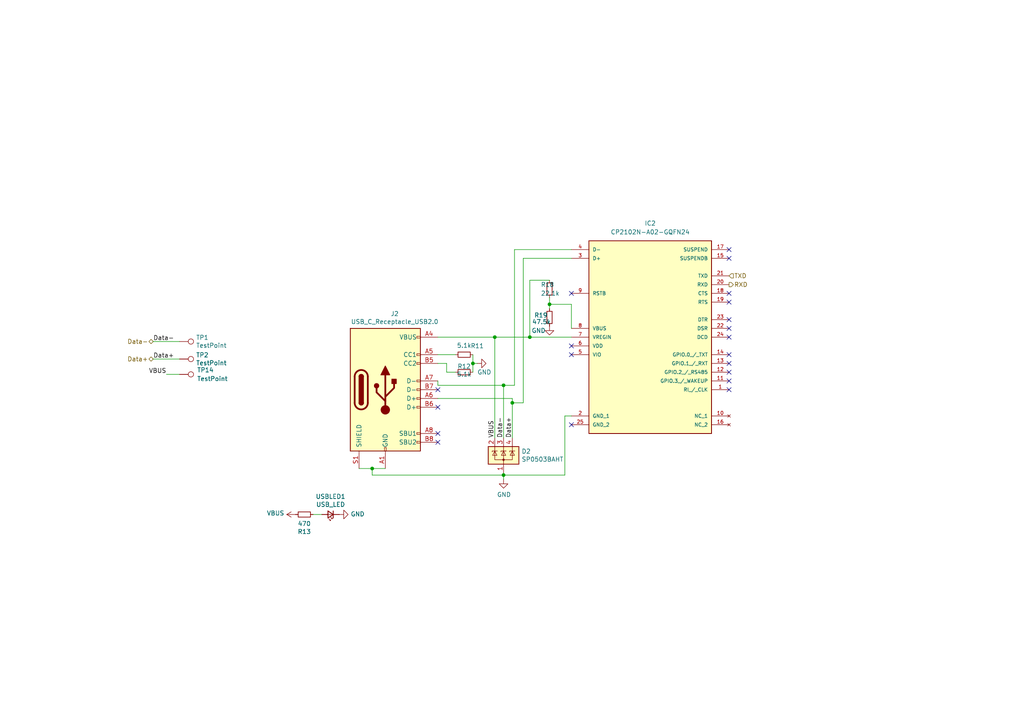
<source format=kicad_sch>
(kicad_sch (version 20230121) (generator eeschema)

  (uuid 922058ca-d09a-45fd-8394-05f3e2c1e03a)

  (paper "A4")

  (lib_symbols
    (symbol "Connector:TestPoint" (pin_numbers hide) (pin_names (offset 0.762) hide) (in_bom yes) (on_board yes)
      (property "Reference" "TP" (at 0 6.858 0)
        (effects (font (size 1.27 1.27)))
      )
      (property "Value" "TestPoint" (at 0 5.08 0)
        (effects (font (size 1.27 1.27)))
      )
      (property "Footprint" "" (at 5.08 0 0)
        (effects (font (size 1.27 1.27)) hide)
      )
      (property "Datasheet" "~" (at 5.08 0 0)
        (effects (font (size 1.27 1.27)) hide)
      )
      (property "ki_keywords" "test point tp" (at 0 0 0)
        (effects (font (size 1.27 1.27)) hide)
      )
      (property "ki_description" "test point" (at 0 0 0)
        (effects (font (size 1.27 1.27)) hide)
      )
      (property "ki_fp_filters" "Pin* Test*" (at 0 0 0)
        (effects (font (size 1.27 1.27)) hide)
      )
      (symbol "TestPoint_0_1"
        (circle (center 0 3.302) (radius 0.762)
          (stroke (width 0) (type default))
          (fill (type none))
        )
      )
      (symbol "TestPoint_1_1"
        (pin passive line (at 0 0 90) (length 2.54)
          (name "1" (effects (font (size 1.27 1.27))))
          (number "1" (effects (font (size 1.27 1.27))))
        )
      )
    )
    (symbol "Connector:USB_C_Receptacle_USB2.0" (pin_names (offset 1.016)) (in_bom yes) (on_board yes)
      (property "Reference" "J" (at -10.16 19.05 0)
        (effects (font (size 1.27 1.27)) (justify left))
      )
      (property "Value" "USB_C_Receptacle_USB2.0" (at 19.05 19.05 0)
        (effects (font (size 1.27 1.27)) (justify right))
      )
      (property "Footprint" "" (at 3.81 0 0)
        (effects (font (size 1.27 1.27)) hide)
      )
      (property "Datasheet" "https://www.usb.org/sites/default/files/documents/usb_type-c.zip" (at 3.81 0 0)
        (effects (font (size 1.27 1.27)) hide)
      )
      (property "ki_keywords" "usb universal serial bus type-C USB2.0" (at 0 0 0)
        (effects (font (size 1.27 1.27)) hide)
      )
      (property "ki_description" "USB 2.0-only Type-C Receptacle connector" (at 0 0 0)
        (effects (font (size 1.27 1.27)) hide)
      )
      (property "ki_fp_filters" "USB*C*Receptacle*" (at 0 0 0)
        (effects (font (size 1.27 1.27)) hide)
      )
      (symbol "USB_C_Receptacle_USB2.0_0_0"
        (rectangle (start -0.254 -17.78) (end 0.254 -16.764)
          (stroke (width 0) (type default))
          (fill (type none))
        )
        (rectangle (start 10.16 -14.986) (end 9.144 -15.494)
          (stroke (width 0) (type default))
          (fill (type none))
        )
        (rectangle (start 10.16 -12.446) (end 9.144 -12.954)
          (stroke (width 0) (type default))
          (fill (type none))
        )
        (rectangle (start 10.16 -4.826) (end 9.144 -5.334)
          (stroke (width 0) (type default))
          (fill (type none))
        )
        (rectangle (start 10.16 -2.286) (end 9.144 -2.794)
          (stroke (width 0) (type default))
          (fill (type none))
        )
        (rectangle (start 10.16 0.254) (end 9.144 -0.254)
          (stroke (width 0) (type default))
          (fill (type none))
        )
        (rectangle (start 10.16 2.794) (end 9.144 2.286)
          (stroke (width 0) (type default))
          (fill (type none))
        )
        (rectangle (start 10.16 7.874) (end 9.144 7.366)
          (stroke (width 0) (type default))
          (fill (type none))
        )
        (rectangle (start 10.16 10.414) (end 9.144 9.906)
          (stroke (width 0) (type default))
          (fill (type none))
        )
        (rectangle (start 10.16 15.494) (end 9.144 14.986)
          (stroke (width 0) (type default))
          (fill (type none))
        )
      )
      (symbol "USB_C_Receptacle_USB2.0_0_1"
        (rectangle (start -10.16 17.78) (end 10.16 -17.78)
          (stroke (width 0.254) (type default))
          (fill (type background))
        )
        (arc (start -8.89 -3.81) (mid -6.985 -5.7067) (end -5.08 -3.81)
          (stroke (width 0.508) (type default))
          (fill (type none))
        )
        (arc (start -7.62 -3.81) (mid -6.985 -4.4423) (end -6.35 -3.81)
          (stroke (width 0.254) (type default))
          (fill (type none))
        )
        (arc (start -7.62 -3.81) (mid -6.985 -4.4423) (end -6.35 -3.81)
          (stroke (width 0.254) (type default))
          (fill (type outline))
        )
        (rectangle (start -7.62 -3.81) (end -6.35 3.81)
          (stroke (width 0.254) (type default))
          (fill (type outline))
        )
        (arc (start -6.35 3.81) (mid -6.985 4.4423) (end -7.62 3.81)
          (stroke (width 0.254) (type default))
          (fill (type none))
        )
        (arc (start -6.35 3.81) (mid -6.985 4.4423) (end -7.62 3.81)
          (stroke (width 0.254) (type default))
          (fill (type outline))
        )
        (arc (start -5.08 3.81) (mid -6.985 5.7067) (end -8.89 3.81)
          (stroke (width 0.508) (type default))
          (fill (type none))
        )
        (circle (center -2.54 1.143) (radius 0.635)
          (stroke (width 0.254) (type default))
          (fill (type outline))
        )
        (circle (center 0 -5.842) (radius 1.27)
          (stroke (width 0) (type default))
          (fill (type outline))
        )
        (polyline
          (pts
            (xy -8.89 -3.81)
            (xy -8.89 3.81)
          )
          (stroke (width 0.508) (type default))
          (fill (type none))
        )
        (polyline
          (pts
            (xy -5.08 3.81)
            (xy -5.08 -3.81)
          )
          (stroke (width 0.508) (type default))
          (fill (type none))
        )
        (polyline
          (pts
            (xy 0 -5.842)
            (xy 0 4.318)
          )
          (stroke (width 0.508) (type default))
          (fill (type none))
        )
        (polyline
          (pts
            (xy 0 -3.302)
            (xy -2.54 -0.762)
            (xy -2.54 0.508)
          )
          (stroke (width 0.508) (type default))
          (fill (type none))
        )
        (polyline
          (pts
            (xy 0 -2.032)
            (xy 2.54 0.508)
            (xy 2.54 1.778)
          )
          (stroke (width 0.508) (type default))
          (fill (type none))
        )
        (polyline
          (pts
            (xy -1.27 4.318)
            (xy 0 6.858)
            (xy 1.27 4.318)
            (xy -1.27 4.318)
          )
          (stroke (width 0.254) (type default))
          (fill (type outline))
        )
        (rectangle (start 1.905 1.778) (end 3.175 3.048)
          (stroke (width 0.254) (type default))
          (fill (type outline))
        )
      )
      (symbol "USB_C_Receptacle_USB2.0_1_1"
        (pin passive line (at 0 -22.86 90) (length 5.08)
          (name "GND" (effects (font (size 1.27 1.27))))
          (number "A1" (effects (font (size 1.27 1.27))))
        )
        (pin passive line (at 0 -22.86 90) (length 5.08) hide
          (name "GND" (effects (font (size 1.27 1.27))))
          (number "A12" (effects (font (size 1.27 1.27))))
        )
        (pin passive line (at 15.24 15.24 180) (length 5.08)
          (name "VBUS" (effects (font (size 1.27 1.27))))
          (number "A4" (effects (font (size 1.27 1.27))))
        )
        (pin bidirectional line (at 15.24 10.16 180) (length 5.08)
          (name "CC1" (effects (font (size 1.27 1.27))))
          (number "A5" (effects (font (size 1.27 1.27))))
        )
        (pin bidirectional line (at 15.24 -2.54 180) (length 5.08)
          (name "D+" (effects (font (size 1.27 1.27))))
          (number "A6" (effects (font (size 1.27 1.27))))
        )
        (pin bidirectional line (at 15.24 2.54 180) (length 5.08)
          (name "D-" (effects (font (size 1.27 1.27))))
          (number "A7" (effects (font (size 1.27 1.27))))
        )
        (pin bidirectional line (at 15.24 -12.7 180) (length 5.08)
          (name "SBU1" (effects (font (size 1.27 1.27))))
          (number "A8" (effects (font (size 1.27 1.27))))
        )
        (pin passive line (at 15.24 15.24 180) (length 5.08) hide
          (name "VBUS" (effects (font (size 1.27 1.27))))
          (number "A9" (effects (font (size 1.27 1.27))))
        )
        (pin passive line (at 0 -22.86 90) (length 5.08) hide
          (name "GND" (effects (font (size 1.27 1.27))))
          (number "B1" (effects (font (size 1.27 1.27))))
        )
        (pin passive line (at 0 -22.86 90) (length 5.08) hide
          (name "GND" (effects (font (size 1.27 1.27))))
          (number "B12" (effects (font (size 1.27 1.27))))
        )
        (pin passive line (at 15.24 15.24 180) (length 5.08) hide
          (name "VBUS" (effects (font (size 1.27 1.27))))
          (number "B4" (effects (font (size 1.27 1.27))))
        )
        (pin bidirectional line (at 15.24 7.62 180) (length 5.08)
          (name "CC2" (effects (font (size 1.27 1.27))))
          (number "B5" (effects (font (size 1.27 1.27))))
        )
        (pin bidirectional line (at 15.24 -5.08 180) (length 5.08)
          (name "D+" (effects (font (size 1.27 1.27))))
          (number "B6" (effects (font (size 1.27 1.27))))
        )
        (pin bidirectional line (at 15.24 0 180) (length 5.08)
          (name "D-" (effects (font (size 1.27 1.27))))
          (number "B7" (effects (font (size 1.27 1.27))))
        )
        (pin bidirectional line (at 15.24 -15.24 180) (length 5.08)
          (name "SBU2" (effects (font (size 1.27 1.27))))
          (number "B8" (effects (font (size 1.27 1.27))))
        )
        (pin passive line (at 15.24 15.24 180) (length 5.08) hide
          (name "VBUS" (effects (font (size 1.27 1.27))))
          (number "B9" (effects (font (size 1.27 1.27))))
        )
        (pin passive line (at -7.62 -22.86 90) (length 5.08)
          (name "SHIELD" (effects (font (size 1.27 1.27))))
          (number "S1" (effects (font (size 1.27 1.27))))
        )
      )
    )
    (symbol "Device:LED_Small" (pin_numbers hide) (pin_names (offset 0.254) hide) (in_bom yes) (on_board yes)
      (property "Reference" "D" (at -1.27 3.175 0)
        (effects (font (size 1.27 1.27)) (justify left))
      )
      (property "Value" "LED_Small" (at -4.445 -2.54 0)
        (effects (font (size 1.27 1.27)) (justify left))
      )
      (property "Footprint" "" (at 0 0 90)
        (effects (font (size 1.27 1.27)) hide)
      )
      (property "Datasheet" "~" (at 0 0 90)
        (effects (font (size 1.27 1.27)) hide)
      )
      (property "ki_keywords" "LED diode light-emitting-diode" (at 0 0 0)
        (effects (font (size 1.27 1.27)) hide)
      )
      (property "ki_description" "Light emitting diode, small symbol" (at 0 0 0)
        (effects (font (size 1.27 1.27)) hide)
      )
      (property "ki_fp_filters" "LED* LED_SMD:* LED_THT:*" (at 0 0 0)
        (effects (font (size 1.27 1.27)) hide)
      )
      (symbol "LED_Small_0_1"
        (polyline
          (pts
            (xy -0.762 -1.016)
            (xy -0.762 1.016)
          )
          (stroke (width 0.254) (type default))
          (fill (type none))
        )
        (polyline
          (pts
            (xy 1.016 0)
            (xy -0.762 0)
          )
          (stroke (width 0) (type default))
          (fill (type none))
        )
        (polyline
          (pts
            (xy 0.762 -1.016)
            (xy -0.762 0)
            (xy 0.762 1.016)
            (xy 0.762 -1.016)
          )
          (stroke (width 0.254) (type default))
          (fill (type none))
        )
        (polyline
          (pts
            (xy 0 0.762)
            (xy -0.508 1.27)
            (xy -0.254 1.27)
            (xy -0.508 1.27)
            (xy -0.508 1.016)
          )
          (stroke (width 0) (type default))
          (fill (type none))
        )
        (polyline
          (pts
            (xy 0.508 1.27)
            (xy 0 1.778)
            (xy 0.254 1.778)
            (xy 0 1.778)
            (xy 0 1.524)
          )
          (stroke (width 0) (type default))
          (fill (type none))
        )
      )
      (symbol "LED_Small_1_1"
        (pin passive line (at -2.54 0 0) (length 1.778)
          (name "K" (effects (font (size 1.27 1.27))))
          (number "1" (effects (font (size 1.27 1.27))))
        )
        (pin passive line (at 2.54 0 180) (length 1.778)
          (name "A" (effects (font (size 1.27 1.27))))
          (number "2" (effects (font (size 1.27 1.27))))
        )
      )
    )
    (symbol "Device:R_Small" (pin_numbers hide) (pin_names (offset 0.254) hide) (in_bom yes) (on_board yes)
      (property "Reference" "R" (at 0.762 0.508 0)
        (effects (font (size 1.27 1.27)) (justify left))
      )
      (property "Value" "R_Small" (at 0.762 -1.016 0)
        (effects (font (size 1.27 1.27)) (justify left))
      )
      (property "Footprint" "" (at 0 0 0)
        (effects (font (size 1.27 1.27)) hide)
      )
      (property "Datasheet" "~" (at 0 0 0)
        (effects (font (size 1.27 1.27)) hide)
      )
      (property "ki_keywords" "R resistor" (at 0 0 0)
        (effects (font (size 1.27 1.27)) hide)
      )
      (property "ki_description" "Resistor, small symbol" (at 0 0 0)
        (effects (font (size 1.27 1.27)) hide)
      )
      (property "ki_fp_filters" "R_*" (at 0 0 0)
        (effects (font (size 1.27 1.27)) hide)
      )
      (symbol "R_Small_0_1"
        (rectangle (start -0.762 1.778) (end 0.762 -1.778)
          (stroke (width 0.2032) (type default))
          (fill (type none))
        )
      )
      (symbol "R_Small_1_1"
        (pin passive line (at 0 2.54 270) (length 0.762)
          (name "~" (effects (font (size 1.27 1.27))))
          (number "1" (effects (font (size 1.27 1.27))))
        )
        (pin passive line (at 0 -2.54 90) (length 0.762)
          (name "~" (effects (font (size 1.27 1.27))))
          (number "2" (effects (font (size 1.27 1.27))))
        )
      )
    )
    (symbol "Power_Protection:SP0503BAHT" (pin_names hide) (in_bom yes) (on_board yes)
      (property "Reference" "D" (at 5.715 2.54 0)
        (effects (font (size 1.27 1.27)) (justify left))
      )
      (property "Value" "SP0503BAHT" (at 5.715 0.635 0)
        (effects (font (size 1.27 1.27)) (justify left))
      )
      (property "Footprint" "Package_TO_SOT_SMD:SOT-143" (at 5.715 -1.27 0)
        (effects (font (size 1.27 1.27)) (justify left) hide)
      )
      (property "Datasheet" "http://www.littelfuse.com/~/media/files/littelfuse/technical%20resources/documents/data%20sheets/sp05xxba.pdf" (at 3.175 3.175 0)
        (effects (font (size 1.27 1.27)) hide)
      )
      (property "ki_keywords" "usb esd protection suppression transient" (at 0 0 0)
        (effects (font (size 1.27 1.27)) hide)
      )
      (property "ki_description" "TVS Diode Array, 5.5V Standoff, 3 Channels, SOT-143 package" (at 0 0 0)
        (effects (font (size 1.27 1.27)) hide)
      )
      (property "ki_fp_filters" "SOT?143*" (at 0 0 0)
        (effects (font (size 1.27 1.27)) hide)
      )
      (symbol "SP0503BAHT_0_0"
        (pin passive line (at 0 -5.08 90) (length 2.54)
          (name "A" (effects (font (size 1.27 1.27))))
          (number "1" (effects (font (size 1.27 1.27))))
        )
      )
      (symbol "SP0503BAHT_0_1"
        (rectangle (start -4.445 2.54) (end 4.445 -2.54)
          (stroke (width 0.254) (type default))
          (fill (type background))
        )
        (circle (center 0 -1.27) (radius 0.254)
          (stroke (width 0) (type default))
          (fill (type outline))
        )
        (polyline
          (pts
            (xy -2.54 2.54)
            (xy -2.54 1.27)
          )
          (stroke (width 0) (type default))
          (fill (type none))
        )
        (polyline
          (pts
            (xy 0 -1.27)
            (xy 0 -2.54)
          )
          (stroke (width 0) (type default))
          (fill (type none))
        )
        (polyline
          (pts
            (xy 0 -1.27)
            (xy 0 1.27)
          )
          (stroke (width 0) (type default))
          (fill (type none))
        )
        (polyline
          (pts
            (xy 0 2.54)
            (xy 0 1.27)
          )
          (stroke (width 0) (type default))
          (fill (type none))
        )
        (polyline
          (pts
            (xy 0.635 1.27)
            (xy 0.762 1.27)
          )
          (stroke (width 0) (type default))
          (fill (type none))
        )
        (polyline
          (pts
            (xy 2.54 2.54)
            (xy 2.54 1.27)
          )
          (stroke (width 0) (type default))
          (fill (type none))
        )
        (polyline
          (pts
            (xy 0.635 1.27)
            (xy -0.762 1.27)
            (xy -0.762 1.016)
          )
          (stroke (width 0) (type default))
          (fill (type none))
        )
        (polyline
          (pts
            (xy -3.302 1.016)
            (xy -3.302 1.27)
            (xy -1.905 1.27)
            (xy -1.778 1.27)
          )
          (stroke (width 0) (type default))
          (fill (type none))
        )
        (polyline
          (pts
            (xy -2.54 1.27)
            (xy -2.54 -1.27)
            (xy 2.54 -1.27)
            (xy 2.54 1.27)
          )
          (stroke (width 0) (type default))
          (fill (type none))
        )
        (polyline
          (pts
            (xy -2.54 1.27)
            (xy -1.905 0)
            (xy -3.175 0)
            (xy -2.54 1.27)
          )
          (stroke (width 0) (type default))
          (fill (type none))
        )
        (polyline
          (pts
            (xy 0.635 0)
            (xy -0.635 0)
            (xy 0 1.27)
            (xy 0.635 0)
          )
          (stroke (width 0) (type default))
          (fill (type none))
        )
        (polyline
          (pts
            (xy 1.778 1.016)
            (xy 1.778 1.27)
            (xy 3.175 1.27)
            (xy 3.302 1.27)
          )
          (stroke (width 0) (type default))
          (fill (type none))
        )
        (polyline
          (pts
            (xy 2.54 1.27)
            (xy 1.905 0)
            (xy 3.175 0)
            (xy 2.54 1.27)
          )
          (stroke (width 0) (type default))
          (fill (type none))
        )
      )
      (symbol "SP0503BAHT_1_1"
        (pin passive line (at -2.54 5.08 270) (length 2.54)
          (name "K" (effects (font (size 1.27 1.27))))
          (number "2" (effects (font (size 1.27 1.27))))
        )
        (pin passive line (at 0 5.08 270) (length 2.54)
          (name "K" (effects (font (size 1.27 1.27))))
          (number "3" (effects (font (size 1.27 1.27))))
        )
        (pin passive line (at 2.54 5.08 270) (length 2.54)
          (name "K" (effects (font (size 1.27 1.27))))
          (number "4" (effects (font (size 1.27 1.27))))
        )
      )
    )
    (symbol "iclr:CP2102N-A02-GQFN24" (pin_names (offset 1.016)) (in_bom yes) (on_board yes)
      (property "Reference" "IC" (at -16.51 30.48 0)
        (effects (font (size 1.27 1.27)) (justify left))
      )
      (property "Value" "CP2102N-A02-GQFN24" (at -16.51 27.94 0)
        (effects (font (size 1.27 1.27)) (justify left))
      )
      (property "Footprint" "QFN50P400X400X80-25N" (at 50.8 25.4 0)
        (effects (font (size 1.27 1.27)) (justify bottom) hide)
      )
      (property "Datasheet" "" (at 48.26 2.54 0)
        (effects (font (size 1.27 1.27)) hide)
      )
      (property "MANUFACTURER_PART_NUMBER" "CP2102N-A02-GQFN24" (at 48.26 15.24 0)
        (effects (font (size 1.27 1.27)) (justify bottom) hide)
      )
      (property "MANUFACTURER_NAME" "Silicon Labs" (at 46.99 0 0)
        (effects (font (size 1.27 1.27)) (justify bottom) hide)
      )
      (property "MOUSER_PART_NUMBER" "634-CP2102NA02GQFN24" (at 21.59 26.67 0)
        (effects (font (size 1.27 1.27)) (justify bottom) hide)
      )
      (property "ARROW_PART_NUMBER" "CP2102N-A02-GQFN24" (at 53.34 6.35 0)
        (effects (font (size 1.27 1.27)) (justify bottom) hide)
      )
      (property "ARROW_PRICE-STOCK" "https://www.arrow.com/en/products/cp2102n-a02-gqfn24/silicon-labs" (at -6.35 34.29 0)
        (effects (font (size 1.27 1.27)) (justify bottom) hide)
      )
      (property "HEIGHT" "0.8mm" (at 48.26 2.54 0)
        (effects (font (size 1.27 1.27)) (justify bottom) hide)
      )
      (property "MOUSER_PRICE-STOCK" "https://www.mouser.co.uk/ProductDetail/Silicon-Labs/CP2102N-A02-GQFN24?qs=u16ybLDytRYKabtL%2FE7DZA%3D%3D" (at 1.27 39.37 0)
        (effects (font (size 1.27 1.27)) (justify bottom) hide)
      )
      (property "DESCRIPTION" "USB Interface IC USB to UART bridge - QFN24" (at 54.61 11.43 0)
        (effects (font (size 1.27 1.27)) (justify bottom) hide)
      )
      (symbol "CP2102N-A02-GQFN24_0_0"
        (rectangle (start -17.78 -30.48) (end 17.78 25.4)
          (stroke (width 0.254) (type default))
          (fill (type background))
        )
        (pin bidirectional line (at 22.86 -17.78 180) (length 5.08)
          (name "RI_/_CLK" (effects (font (size 1.016 1.016))))
          (number "1" (effects (font (size 1.016 1.016))))
        )
        (pin no_connect line (at 22.86 -25.4 180) (length 5.08)
          (name "NC_1" (effects (font (size 1.016 1.016))))
          (number "10" (effects (font (size 1.016 1.016))))
        )
        (pin bidirectional line (at 22.86 -15.24 180) (length 5.08)
          (name "GPIO.3_/_WAKEUP" (effects (font (size 1.016 1.016))))
          (number "11" (effects (font (size 1.016 1.016))))
        )
        (pin bidirectional line (at 22.86 -12.7 180) (length 5.08)
          (name "GPIO.2_/_RS485" (effects (font (size 1.016 1.016))))
          (number "12" (effects (font (size 1.016 1.016))))
        )
        (pin bidirectional line (at 22.86 -10.16 180) (length 5.08)
          (name "GPIO.1_/_RXT" (effects (font (size 1.016 1.016))))
          (number "13" (effects (font (size 1.016 1.016))))
        )
        (pin bidirectional line (at 22.86 -7.62 180) (length 5.08)
          (name "GPIO.0_/_TXT" (effects (font (size 1.016 1.016))))
          (number "14" (effects (font (size 1.016 1.016))))
        )
        (pin output line (at 22.86 20.32 180) (length 5.08)
          (name "SUSPENDB" (effects (font (size 1.016 1.016))))
          (number "15" (effects (font (size 1.016 1.016))))
        )
        (pin no_connect line (at 22.86 -27.94 180) (length 5.08)
          (name "NC_2" (effects (font (size 1.016 1.016))))
          (number "16" (effects (font (size 1.016 1.016))))
        )
        (pin output line (at 22.86 22.86 180) (length 5.08)
          (name "SUSPEND" (effects (font (size 1.016 1.016))))
          (number "17" (effects (font (size 1.016 1.016))))
        )
        (pin bidirectional line (at 22.86 10.16 180) (length 5.08)
          (name "CTS" (effects (font (size 1.016 1.016))))
          (number "18" (effects (font (size 1.016 1.016))))
        )
        (pin output line (at 22.86 7.62 180) (length 5.08)
          (name "RTS" (effects (font (size 1.016 1.016))))
          (number "19" (effects (font (size 1.016 1.016))))
        )
        (pin power_in line (at -22.86 -25.4 0) (length 5.08)
          (name "GND_1" (effects (font (size 1.016 1.016))))
          (number "2" (effects (font (size 1.016 1.016))))
        )
        (pin input line (at 22.86 12.7 180) (length 5.08)
          (name "RXD" (effects (font (size 1.016 1.016))))
          (number "20" (effects (font (size 1.016 1.016))))
        )
        (pin output line (at 22.86 15.24 180) (length 5.08)
          (name "TXD" (effects (font (size 1.016 1.016))))
          (number "21" (effects (font (size 1.016 1.016))))
        )
        (pin bidirectional line (at 22.86 0 180) (length 5.08)
          (name "DSR" (effects (font (size 1.016 1.016))))
          (number "22" (effects (font (size 1.016 1.016))))
        )
        (pin bidirectional line (at 22.86 2.54 180) (length 5.08)
          (name "DTR" (effects (font (size 1.016 1.016))))
          (number "23" (effects (font (size 1.016 1.016))))
        )
        (pin bidirectional line (at 22.86 -2.54 180) (length 5.08)
          (name "DCD" (effects (font (size 1.016 1.016))))
          (number "24" (effects (font (size 1.016 1.016))))
        )
        (pin power_in line (at -22.86 -27.94 0) (length 5.08)
          (name "GND_2" (effects (font (size 1.016 1.016))))
          (number "25" (effects (font (size 1.016 1.016))))
        )
        (pin bidirectional line (at -22.86 20.32 0) (length 5.08)
          (name "D+" (effects (font (size 1.016 1.016))))
          (number "3" (effects (font (size 1.016 1.016))))
        )
        (pin bidirectional line (at -22.86 22.86 0) (length 5.08)
          (name "D-" (effects (font (size 1.016 1.016))))
          (number "4" (effects (font (size 1.016 1.016))))
        )
        (pin power_in line (at -22.86 -7.62 0) (length 5.08)
          (name "VIO" (effects (font (size 1.016 1.016))))
          (number "5" (effects (font (size 1.016 1.016))))
        )
        (pin power_in line (at -22.86 -5.08 0) (length 5.08)
          (name "VDD" (effects (font (size 1.016 1.016))))
          (number "6" (effects (font (size 1.016 1.016))))
        )
        (pin power_in line (at -22.86 -2.54 0) (length 5.08)
          (name "VREGIN" (effects (font (size 1.016 1.016))))
          (number "7" (effects (font (size 1.016 1.016))))
        )
        (pin power_in line (at -22.86 0 0) (length 5.08)
          (name "VBUS" (effects (font (size 1.016 1.016))))
          (number "8" (effects (font (size 1.016 1.016))))
        )
        (pin bidirectional line (at -22.86 10.16 0) (length 5.08)
          (name "RSTB" (effects (font (size 1.016 1.016))))
          (number "9" (effects (font (size 1.016 1.016))))
        )
      )
    )
    (symbol "power:GND" (power) (pin_names (offset 0)) (in_bom yes) (on_board yes)
      (property "Reference" "#PWR" (at 0 -6.35 0)
        (effects (font (size 1.27 1.27)) hide)
      )
      (property "Value" "GND" (at 0 -3.81 0)
        (effects (font (size 1.27 1.27)))
      )
      (property "Footprint" "" (at 0 0 0)
        (effects (font (size 1.27 1.27)) hide)
      )
      (property "Datasheet" "" (at 0 0 0)
        (effects (font (size 1.27 1.27)) hide)
      )
      (property "ki_keywords" "power-flag" (at 0 0 0)
        (effects (font (size 1.27 1.27)) hide)
      )
      (property "ki_description" "Power symbol creates a global label with name \"GND\" , ground" (at 0 0 0)
        (effects (font (size 1.27 1.27)) hide)
      )
      (symbol "GND_0_1"
        (polyline
          (pts
            (xy 0 0)
            (xy 0 -1.27)
            (xy 1.27 -1.27)
            (xy 0 -2.54)
            (xy -1.27 -1.27)
            (xy 0 -1.27)
          )
          (stroke (width 0) (type default))
          (fill (type none))
        )
      )
      (symbol "GND_1_1"
        (pin power_in line (at 0 0 270) (length 0) hide
          (name "GND" (effects (font (size 1.27 1.27))))
          (number "1" (effects (font (size 1.27 1.27))))
        )
      )
    )
    (symbol "power:VBUS" (power) (pin_names (offset 0)) (in_bom yes) (on_board yes)
      (property "Reference" "#PWR" (at 0 -3.81 0)
        (effects (font (size 1.27 1.27)) hide)
      )
      (property "Value" "VBUS" (at 0 3.81 0)
        (effects (font (size 1.27 1.27)))
      )
      (property "Footprint" "" (at 0 0 0)
        (effects (font (size 1.27 1.27)) hide)
      )
      (property "Datasheet" "" (at 0 0 0)
        (effects (font (size 1.27 1.27)) hide)
      )
      (property "ki_keywords" "power-flag" (at 0 0 0)
        (effects (font (size 1.27 1.27)) hide)
      )
      (property "ki_description" "Power symbol creates a global label with name \"VBUS\"" (at 0 0 0)
        (effects (font (size 1.27 1.27)) hide)
      )
      (symbol "VBUS_0_1"
        (polyline
          (pts
            (xy -0.762 1.27)
            (xy 0 2.54)
          )
          (stroke (width 0) (type default))
          (fill (type none))
        )
        (polyline
          (pts
            (xy 0 0)
            (xy 0 2.54)
          )
          (stroke (width 0) (type default))
          (fill (type none))
        )
        (polyline
          (pts
            (xy 0 2.54)
            (xy 0.762 1.27)
          )
          (stroke (width 0) (type default))
          (fill (type none))
        )
      )
      (symbol "VBUS_1_1"
        (pin power_in line (at 0 0 90) (length 0) hide
          (name "VBUS" (effects (font (size 1.27 1.27))))
          (number "1" (effects (font (size 1.27 1.27))))
        )
      )
    )
  )

  (junction (at 143.51 97.79) (diameter 0) (color 0 0 0 0)
    (uuid 03f9cfb7-35dc-4422-8f30-eb707be3ff7f)
  )
  (junction (at 137.16 105.41) (diameter 0) (color 0 0 0 0)
    (uuid 0f54db53-a272-4955-88fb-d7ab00657bb0)
  )
  (junction (at 159.385 88.265) (diameter 0) (color 0 0 0 0)
    (uuid 2bdec39b-3442-4fd7-a209-6604d507ca18)
  )
  (junction (at 153.67 97.79) (diameter 0) (color 0 0 0 0)
    (uuid 38b6cedf-0eed-4c7a-bd71-db2e849e7329)
  )
  (junction (at 146.05 111.76) (diameter 0) (color 0 0 0 0)
    (uuid 75ef2445-bd56-405d-b4b7-8007f1906b97)
  )
  (junction (at 107.95 135.89) (diameter 0) (color 0 0 0 0)
    (uuid 93c04244-401b-4457-953e-71fe0f8b59f1)
  )
  (junction (at 146.05 137.795) (diameter 0) (color 0 0 0 0)
    (uuid ad3fcd0e-a99a-46bc-9c77-6e5cd0bd4ace)
  )
  (junction (at 148.59 116.84) (diameter 0) (color 0 0 0 0)
    (uuid f0294c4e-483c-4c91-abc9-fa931d05be2a)
  )

  (no_connect (at 127 113.03) (uuid 072b4f07-f4d4-4aad-9db9-dfde51563c46))
  (no_connect (at 211.455 92.71) (uuid 3b4e8f9a-a136-47c9-bf16-a2a23cdc6a32))
  (no_connect (at 165.735 100.33) (uuid 42325b36-575f-40c2-990f-ef97b872d639))
  (no_connect (at 127 128.27) (uuid 45008225-f50f-4d6b-b508-6730a9408caf))
  (no_connect (at 211.455 95.25) (uuid 46b10a52-afc2-4959-a5c8-decae6d933e9))
  (no_connect (at 165.735 123.19) (uuid 59572eb3-a4bf-4782-8ca4-26a1e95f38ad))
  (no_connect (at 211.455 107.95) (uuid 64555f45-639c-4fbd-a467-4f3ad732cbc9))
  (no_connect (at 165.735 85.09) (uuid 6a229ea3-dd79-49cc-8cd9-bd676b586232))
  (no_connect (at 211.455 74.93) (uuid 76a737d9-0ab5-4cb1-a091-7b535cae5d4e))
  (no_connect (at 165.735 102.87) (uuid 8d8421cd-6aaa-4f7f-b667-bdb50a37d497))
  (no_connect (at 127 125.73) (uuid a544eb0a-75db-4baf-bf54-9ca21744343b))
  (no_connect (at 211.455 113.03) (uuid a562bdc1-f5b6-4374-94b0-7036bbcf0130))
  (no_connect (at 127 118.11) (uuid bde30235-00f5-4172-844d-6634e6a8e59d))
  (no_connect (at 211.455 97.79) (uuid c94f1296-5099-4ef6-9cd2-477ceaf835b2))
  (no_connect (at 211.455 87.63) (uuid d85417f0-c973-473f-b559-7e7d7f87ab82))
  (no_connect (at 211.455 102.87) (uuid db00d156-2b14-4cbd-946f-ba15fc5cb7bd))
  (no_connect (at 211.455 105.41) (uuid df0d4b88-3bde-4849-82a9-0bc52a68d55c))
  (no_connect (at 211.455 85.09) (uuid df1f5401-67b4-4910-973e-dfc05e2c1cf9))
  (no_connect (at 211.455 72.39) (uuid e9053f97-6dd4-42d5-a743-e6a4d68fcb5e))
  (no_connect (at 211.455 110.49) (uuid f7c9f352-afe8-4ede-b6ec-b6295df115a2))

  (wire (pts (xy 127 105.41) (xy 129.54 105.41))
    (stroke (width 0) (type default))
    (uuid 003c2200-0632-4808-a662-8ddd5d30c768)
  )
  (wire (pts (xy 48.26 108.585) (xy 52.07 108.585))
    (stroke (width 0) (type default))
    (uuid 004c170c-99da-4faa-8ab5-a83ebebf6400)
  )
  (wire (pts (xy 159.385 88.265) (xy 165.735 88.265))
    (stroke (width 0) (type default))
    (uuid 00c42906-5bda-45d6-b90d-64b39131eba7)
  )
  (wire (pts (xy 44.45 104.14) (xy 52.07 104.14))
    (stroke (width 0) (type default))
    (uuid 0e8f7fc0-2ef2-4b90-9c15-8a3a601ee459)
  )
  (wire (pts (xy 127 97.79) (xy 143.51 97.79))
    (stroke (width 0) (type default))
    (uuid 1fa630a4-aded-4f55-afcc-2d71b2661580)
  )
  (wire (pts (xy 129.54 105.41) (xy 129.54 107.95))
    (stroke (width 0) (type default))
    (uuid 240e07e1-770b-4b27-894f-29fd601c924d)
  )
  (wire (pts (xy 93.345 149.225) (xy 90.805 149.225))
    (stroke (width 0) (type default))
    (uuid 2e842263-c0ba-46fd-a760-6624d4c78278)
  )
  (wire (pts (xy 165.735 88.265) (xy 165.735 95.25))
    (stroke (width 0) (type default))
    (uuid 34a696c5-6e3e-4fad-9624-2caf2bd56d4b)
  )
  (wire (pts (xy 127 111.76) (xy 127 110.49))
    (stroke (width 0) (type default))
    (uuid 40165eda-4ba6-4565-9bb4-b9df6dbb08da)
  )
  (wire (pts (xy 153.67 97.79) (xy 165.735 97.79))
    (stroke (width 0) (type default))
    (uuid 4ada4cf7-e47b-4358-be8e-f5a6dbff70e5)
  )
  (wire (pts (xy 146.05 137.795) (xy 146.05 137.16))
    (stroke (width 0) (type default))
    (uuid 4df86f07-08e1-4db9-9519-698bf612b60f)
  )
  (wire (pts (xy 107.95 137.795) (xy 146.05 137.795))
    (stroke (width 0) (type default))
    (uuid 53a47638-5aeb-4ad7-b315-32c0e3449a19)
  )
  (wire (pts (xy 151.765 116.84) (xy 151.765 74.93))
    (stroke (width 0) (type default))
    (uuid 556d9a55-99c3-4d06-99ac-8f2fb1d44ac2)
  )
  (wire (pts (xy 107.95 135.89) (xy 107.95 137.795))
    (stroke (width 0) (type default))
    (uuid 6e0d5a5f-a6c1-4672-96b4-3c16498d1de3)
  )
  (wire (pts (xy 137.16 102.87) (xy 137.16 105.41))
    (stroke (width 0) (type default))
    (uuid 80094b70-85ab-4ff6-934b-60d5ee65023a)
  )
  (wire (pts (xy 143.51 97.79) (xy 153.67 97.79))
    (stroke (width 0) (type default))
    (uuid 82b81aa1-91c9-4a96-8f58-ba67c14ec7cc)
  )
  (wire (pts (xy 146.05 111.76) (xy 149.225 111.76))
    (stroke (width 0) (type default))
    (uuid 8360cd24-59ce-46dc-97fd-ab795d303fbf)
  )
  (wire (pts (xy 163.83 120.65) (xy 165.735 120.65))
    (stroke (width 0) (type default))
    (uuid 83d0437b-ed0b-40cd-a79b-96cf9c4458ef)
  )
  (wire (pts (xy 153.67 81.28) (xy 159.385 81.28))
    (stroke (width 0) (type default))
    (uuid 8b544df0-3c90-46ed-8931-7d6ace614774)
  )
  (wire (pts (xy 127 111.76) (xy 146.05 111.76))
    (stroke (width 0) (type default))
    (uuid 8f1d747e-2ee9-421a-ae71-6a550eb93f12)
  )
  (wire (pts (xy 159.385 88.265) (xy 159.385 89.535))
    (stroke (width 0) (type default))
    (uuid 9875bcbe-8058-462e-970d-7d1ee6ef7e1b)
  )
  (wire (pts (xy 148.59 116.84) (xy 148.59 127))
    (stroke (width 0) (type default))
    (uuid 9dec0001-77cb-464d-877d-9c5bee8ece12)
  )
  (wire (pts (xy 146.05 139.065) (xy 146.05 137.795))
    (stroke (width 0) (type default))
    (uuid a271a9eb-fadc-4db1-b456-577c80706a61)
  )
  (wire (pts (xy 146.05 137.795) (xy 163.83 137.795))
    (stroke (width 0) (type default))
    (uuid ad930d49-d9f8-4e26-8ca7-b825e7bf570c)
  )
  (wire (pts (xy 107.95 135.89) (xy 111.76 135.89))
    (stroke (width 0) (type default))
    (uuid b4c1c6b1-0b83-4c94-9270-c5cd7b65fb6d)
  )
  (wire (pts (xy 148.59 115.57) (xy 148.59 116.84))
    (stroke (width 0) (type default))
    (uuid b67ab586-822e-421a-addd-438302718541)
  )
  (wire (pts (xy 127 102.87) (xy 132.08 102.87))
    (stroke (width 0) (type default))
    (uuid b88717bd-086f-46cd-9d3f-0396009d0996)
  )
  (wire (pts (xy 148.59 116.84) (xy 151.765 116.84))
    (stroke (width 0) (type default))
    (uuid bf33aa97-f1e1-4490-8df1-c6338b3a4a3d)
  )
  (wire (pts (xy 137.16 107.95) (xy 137.16 105.41))
    (stroke (width 0) (type default))
    (uuid bfc0aadc-38cf-466e-a642-68fdc3138c78)
  )
  (wire (pts (xy 104.14 135.89) (xy 107.95 135.89))
    (stroke (width 0) (type default))
    (uuid c0eca5ed-bc5e-4618-9bcd-80945bea41ed)
  )
  (wire (pts (xy 163.83 137.795) (xy 163.83 120.65))
    (stroke (width 0) (type default))
    (uuid cbc12a47-8237-407b-818b-7a90695842c2)
  )
  (wire (pts (xy 149.225 111.76) (xy 149.225 72.39))
    (stroke (width 0) (type default))
    (uuid d0d6f1e2-e701-4f30-971d-cc85024fd95c)
  )
  (wire (pts (xy 137.16 105.41) (xy 138.43 105.41))
    (stroke (width 0) (type default))
    (uuid d4a1d3c4-b315-4bec-9220-d12a9eab51e0)
  )
  (wire (pts (xy 149.225 72.39) (xy 165.735 72.39))
    (stroke (width 0) (type default))
    (uuid ddac820d-4de6-42ee-b20f-79733a886ce2)
  )
  (wire (pts (xy 146.05 111.76) (xy 146.05 127))
    (stroke (width 0) (type default))
    (uuid e40d1425-97b8-44a2-aacd-9c134dc18fa9)
  )
  (wire (pts (xy 159.385 86.36) (xy 159.385 88.265))
    (stroke (width 0) (type default))
    (uuid e9cf3b2c-b3ab-4928-a7ab-8bcafe66a57c)
  )
  (wire (pts (xy 127 115.57) (xy 148.59 115.57))
    (stroke (width 0) (type default))
    (uuid f2394c3c-27e5-4256-a8c1-9783979429f7)
  )
  (wire (pts (xy 129.54 107.95) (xy 132.08 107.95))
    (stroke (width 0) (type default))
    (uuid f2c93195-af12-4d3e-acdf-bdd0ff675c24)
  )
  (wire (pts (xy 153.67 97.79) (xy 153.67 81.28))
    (stroke (width 0) (type default))
    (uuid f366347f-0c4b-432f-801b-a0d3fc673ce0)
  )
  (wire (pts (xy 151.765 74.93) (xy 165.735 74.93))
    (stroke (width 0) (type default))
    (uuid fc0bc329-621b-4055-b283-4ef568f44600)
  )
  (wire (pts (xy 143.51 97.79) (xy 143.51 127))
    (stroke (width 0) (type default))
    (uuid fc2ea696-cb44-46e5-83c6-067a59836320)
  )
  (wire (pts (xy 44.45 99.06) (xy 52.07 99.06))
    (stroke (width 0) (type default))
    (uuid feb26ecb-9193-46ea-a41b-d09305bf0a3e)
  )

  (label "Data+" (at 148.59 127 90) (fields_autoplaced)
    (effects (font (size 1.27 1.27)) (justify left bottom))
    (uuid 12422a89-3d0c-485c-9386-f77121fd68fd)
  )
  (label "VBUS" (at 143.51 127 90) (fields_autoplaced)
    (effects (font (size 1.27 1.27)) (justify left bottom))
    (uuid 1a6d2848-e78e-49fe-8978-e1890f07836f)
  )
  (label "Data+" (at 44.45 104.14 0) (fields_autoplaced)
    (effects (font (size 1.27 1.27)) (justify left bottom))
    (uuid 382ca670-6ae8-4de6-90f9-f241d1337171)
  )
  (label "Data-" (at 44.45 99.06 0) (fields_autoplaced)
    (effects (font (size 1.27 1.27)) (justify left bottom))
    (uuid 5cf2db29-f7ab-499a-9907-cdeba64bf0f3)
  )
  (label "VBUS" (at 48.26 108.585 180) (fields_autoplaced)
    (effects (font (size 1.27 1.27)) (justify right bottom))
    (uuid 72930a4e-aec4-487f-825e-0a694ecc9b36)
  )
  (label "Data-" (at 146.05 127 90) (fields_autoplaced)
    (effects (font (size 1.27 1.27)) (justify left bottom))
    (uuid 7d34f6b1-ab31-49be-b011-c67fe67a8a56)
  )

  (hierarchical_label "Data-" (shape bidirectional) (at 44.45 99.06 180) (fields_autoplaced)
    (effects (font (size 1.27 1.27)) (justify right))
    (uuid 5e57427e-6497-4e72-9cee-528ed39f40d0)
  )
  (hierarchical_label "RXD" (shape output) (at 211.455 82.55 0) (fields_autoplaced)
    (effects (font (size 1.27 1.27)) (justify left))
    (uuid a82553f3-903a-41c9-a52a-9df547a47f9f)
  )
  (hierarchical_label "TXD" (shape input) (at 211.455 80.01 0) (fields_autoplaced)
    (effects (font (size 1.27 1.27)) (justify left))
    (uuid b3fe9272-bd60-4ff3-a8e6-0de7b242303f)
  )
  (hierarchical_label "Data+" (shape bidirectional) (at 44.45 104.14 180) (fields_autoplaced)
    (effects (font (size 1.27 1.27)) (justify right))
    (uuid be93e0c8-bb26-4a74-81a2-7764bd37cad9)
  )

  (symbol (lib_id "power:GND") (at 138.43 105.41 90) (unit 1)
    (in_bom yes) (on_board yes) (dnp no)
    (uuid 00000000-0000-0000-0000-000061988bf8)
    (property "Reference" "#PWR031" (at 144.78 105.41 0)
      (effects (font (size 1.27 1.27)) hide)
    )
    (property "Value" "GND" (at 138.43 107.95 90)
      (effects (font (size 1.27 1.27)) (justify right))
    )
    (property "Footprint" "" (at 138.43 105.41 0)
      (effects (font (size 1.27 1.27)) hide)
    )
    (property "Datasheet" "" (at 138.43 105.41 0)
      (effects (font (size 1.27 1.27)) hide)
    )
    (pin "1" (uuid 6802d67a-ee6e-45f4-b9c7-e19435a0f2f8))
    (instances
      (project "Ricardo-BlackBoxNEWFinal"
        (path "/7db990e4-92e1-4f99-b4d2-435bbec1ba83/00000000-0000-0000-0000-000061925999"
          (reference "#PWR031") (unit 1)
        )
      )
    )
  )

  (symbol (lib_id "Device:R_Small") (at 134.62 107.95 270) (unit 1)
    (in_bom yes) (on_board yes) (dnp no)
    (uuid 00000000-0000-0000-0000-000061988c01)
    (property "Reference" "R12" (at 134.62 106.2736 90)
      (effects (font (size 1.27 1.27)))
    )
    (property "Value" "5.1k" (at 134.62 108.585 90)
      (effects (font (size 1.27 1.27)))
    )
    (property "Footprint" "Resistor_SMD:R_0402_1005Metric" (at 134.62 107.95 0)
      (effects (font (size 1.27 1.27)) hide)
    )
    (property "Datasheet" "~" (at 134.62 107.95 0)
      (effects (font (size 1.27 1.27)) hide)
    )
    (pin "1" (uuid a195a069-0faa-4981-91ff-f988ecfdd77e))
    (pin "2" (uuid bff175d8-2e40-4e60-8883-cfa3ac53a5f9))
    (instances
      (project "Ricardo-BlackBoxNEWFinal"
        (path "/7db990e4-92e1-4f99-b4d2-435bbec1ba83/00000000-0000-0000-0000-000061925999"
          (reference "R12") (unit 1)
        )
      )
    )
  )

  (symbol (lib_id "Device:R_Small") (at 134.62 102.87 90) (unit 1)
    (in_bom yes) (on_board yes) (dnp no)
    (uuid 00000000-0000-0000-0000-000061988c0e)
    (property "Reference" "R11" (at 138.43 100.33 90)
      (effects (font (size 1.27 1.27)))
    )
    (property "Value" "5.1k" (at 134.62 100.203 90)
      (effects (font (size 1.27 1.27)))
    )
    (property "Footprint" "Resistor_SMD:R_0402_1005Metric" (at 134.62 102.87 0)
      (effects (font (size 1.27 1.27)) hide)
    )
    (property "Datasheet" "~" (at 134.62 102.87 0)
      (effects (font (size 1.27 1.27)) hide)
    )
    (pin "1" (uuid bd5f556a-4125-4eb1-8fdd-d6ccdcc942e7))
    (pin "2" (uuid 03eee002-78af-410b-bdc3-31147203b477))
    (instances
      (project "Ricardo-BlackBoxNEWFinal"
        (path "/7db990e4-92e1-4f99-b4d2-435bbec1ba83/00000000-0000-0000-0000-000061925999"
          (reference "R11") (unit 1)
        )
      )
    )
  )

  (symbol (lib_id "Connector:USB_C_Receptacle_USB2.0") (at 111.76 113.03 0) (unit 1)
    (in_bom yes) (on_board yes) (dnp no)
    (uuid 00000000-0000-0000-0000-000061988c49)
    (property "Reference" "J2" (at 114.4778 91.0082 0)
      (effects (font (size 1.27 1.27)))
    )
    (property "Value" "USB_C_Receptacle_USB2.0" (at 114.4778 93.3196 0)
      (effects (font (size 1.27 1.27)))
    )
    (property "Footprint" "Connector_USB:USB_C_Receptacle_Palconn_UTC16-G" (at 115.57 113.03 0)
      (effects (font (size 1.27 1.27)) hide)
    )
    (property "Datasheet" "https://www.usb.org/sites/default/files/documents/usb_type-c.zip" (at 115.57 113.03 0)
      (effects (font (size 1.27 1.27)) hide)
    )
    (pin "A1" (uuid 5da18ec0-5cb2-4256-a93a-97116d94ad32))
    (pin "A12" (uuid df436811-5448-4d74-95f6-1097f73f4bc0))
    (pin "A4" (uuid fef18650-dd11-4c05-9f58-3ffa4be45c86))
    (pin "A5" (uuid 8a70f7a2-410c-49ef-b503-8b1e1540fd24))
    (pin "A6" (uuid 6b38a2cb-3ee6-43f1-b68d-89417f55e93d))
    (pin "A7" (uuid 179297eb-b0e7-45fd-a287-ed66c1d54369))
    (pin "A8" (uuid 86d2ee54-3450-4762-9b5e-6f00874208ab))
    (pin "A9" (uuid 3ee40b9e-0c79-4da3-aac2-6772b878c7a1))
    (pin "B1" (uuid b17b9371-c308-4294-bc83-2336571086d8))
    (pin "B12" (uuid 05dfa5dc-1e0b-48cf-837a-6693f652862f))
    (pin "B4" (uuid 8ab80e85-892c-44f2-9372-db31da5605c7))
    (pin "B5" (uuid 4212f135-7601-4f04-8373-864367f18283))
    (pin "B6" (uuid 719eeed5-1e5a-4fe3-9e3b-cc0ac3ff134d))
    (pin "B7" (uuid e412952a-b3b1-4627-a2a7-eda652f1cf2f))
    (pin "B8" (uuid 101f6627-744c-4d06-a231-befd35fdcec4))
    (pin "B9" (uuid eb352eb8-26ef-4370-9852-1313b28e524f))
    (pin "S1" (uuid 7b836b8f-e2f7-4a02-aaea-5f5f23bb6c5e))
    (instances
      (project "Ricardo-BlackBoxNEWFinal"
        (path "/7db990e4-92e1-4f99-b4d2-435bbec1ba83/00000000-0000-0000-0000-000061925999"
          (reference "J2") (unit 1)
        )
      )
    )
  )

  (symbol (lib_id "power:GND") (at 146.05 139.065 0) (unit 1)
    (in_bom yes) (on_board yes) (dnp no)
    (uuid 00000000-0000-0000-0000-000061988c86)
    (property "Reference" "#PWR032" (at 146.05 145.415 0)
      (effects (font (size 1.27 1.27)) hide)
    )
    (property "Value" "GND" (at 146.177 143.4592 0)
      (effects (font (size 1.27 1.27)))
    )
    (property "Footprint" "" (at 146.05 139.065 0)
      (effects (font (size 1.27 1.27)) hide)
    )
    (property "Datasheet" "" (at 146.05 139.065 0)
      (effects (font (size 1.27 1.27)) hide)
    )
    (pin "1" (uuid 5adfa564-011e-4a12-8859-deffc2a0e089))
    (instances
      (project "Ricardo-BlackBoxNEWFinal"
        (path "/7db990e4-92e1-4f99-b4d2-435bbec1ba83/00000000-0000-0000-0000-000061925999"
          (reference "#PWR032") (unit 1)
        )
      )
    )
  )

  (symbol (lib_id "Power_Protection:SP0503BAHT") (at 146.05 132.08 0) (unit 1)
    (in_bom yes) (on_board yes) (dnp no)
    (uuid 00000000-0000-0000-0000-000061988c8c)
    (property "Reference" "D2" (at 151.257 130.9116 0)
      (effects (font (size 1.27 1.27)) (justify left))
    )
    (property "Value" "SP0503BAHT" (at 151.257 133.223 0)
      (effects (font (size 1.27 1.27)) (justify left))
    )
    (property "Footprint" "Package_TO_SOT_SMD:SOT-143" (at 151.765 133.35 0)
      (effects (font (size 1.27 1.27)) (justify left) hide)
    )
    (property "Datasheet" "http://www.littelfuse.com/~/media/files/littelfuse/technical%20resources/documents/data%20sheets/sp05xxba.pdf" (at 149.225 128.905 0)
      (effects (font (size 1.27 1.27)) hide)
    )
    (pin "1" (uuid b16ad922-69c7-4388-ba9b-9ae496370662))
    (pin "2" (uuid ea715aef-f1f5-4c34-b781-7c4bc7bf5f7a))
    (pin "3" (uuid 7af148fc-3a03-4951-af30-8468348243a1))
    (pin "4" (uuid e99c92ed-a3d1-4b5e-9be9-ad8c1c3e2068))
    (instances
      (project "Ricardo-BlackBoxNEWFinal"
        (path "/7db990e4-92e1-4f99-b4d2-435bbec1ba83/00000000-0000-0000-0000-000061925999"
          (reference "D2") (unit 1)
        )
      )
    )
  )

  (symbol (lib_id "Connector:TestPoint") (at 52.07 99.06 270) (unit 1)
    (in_bom yes) (on_board yes) (dnp no)
    (uuid 00000000-0000-0000-0000-000061ab7cb8)
    (property "Reference" "TP1" (at 56.8452 97.8916 90)
      (effects (font (size 1.27 1.27)) (justify left))
    )
    (property "Value" "TestPoint" (at 56.8452 100.203 90)
      (effects (font (size 1.27 1.27)) (justify left))
    )
    (property "Footprint" "TestPoint:TestPoint_Pad_D1.0mm" (at 52.07 104.14 0)
      (effects (font (size 1.27 1.27)) hide)
    )
    (property "Datasheet" "~" (at 52.07 104.14 0)
      (effects (font (size 1.27 1.27)) hide)
    )
    (pin "1" (uuid 7d1b7618-f8de-4b3d-aa8b-046586bd73a9))
    (instances
      (project "Ricardo-BlackBoxNEWFinal"
        (path "/7db990e4-92e1-4f99-b4d2-435bbec1ba83/00000000-0000-0000-0000-000061925999"
          (reference "TP1") (unit 1)
        )
      )
    )
  )

  (symbol (lib_id "Connector:TestPoint") (at 52.07 104.14 270) (unit 1)
    (in_bom yes) (on_board yes) (dnp no)
    (uuid 00000000-0000-0000-0000-000061ab87f3)
    (property "Reference" "TP2" (at 56.8452 102.9716 90)
      (effects (font (size 1.27 1.27)) (justify left))
    )
    (property "Value" "TestPoint" (at 56.8452 105.283 90)
      (effects (font (size 1.27 1.27)) (justify left))
    )
    (property "Footprint" "TestPoint:TestPoint_Pad_D1.0mm" (at 52.07 109.22 0)
      (effects (font (size 1.27 1.27)) hide)
    )
    (property "Datasheet" "~" (at 52.07 109.22 0)
      (effects (font (size 1.27 1.27)) hide)
    )
    (pin "1" (uuid 0822c170-c52f-4a24-9f2e-dc0082caf2a3))
    (instances
      (project "Ricardo-BlackBoxNEWFinal"
        (path "/7db990e4-92e1-4f99-b4d2-435bbec1ba83/00000000-0000-0000-0000-000061925999"
          (reference "TP2") (unit 1)
        )
      )
    )
  )

  (symbol (lib_id "Device:LED_Small") (at 95.885 149.225 180) (unit 1)
    (in_bom yes) (on_board yes) (dnp no)
    (uuid 00000000-0000-0000-0000-000061b104ea)
    (property "Reference" "USBLED1" (at 95.885 144.018 0)
      (effects (font (size 1.27 1.27)))
    )
    (property "Value" "USB_LED" (at 95.885 146.3294 0)
      (effects (font (size 1.27 1.27)))
    )
    (property "Footprint" "Resistor_SMD:R_0402_1005Metric" (at 95.885 149.225 90)
      (effects (font (size 1.27 1.27)) hide)
    )
    (property "Datasheet" "~" (at 95.885 149.225 90)
      (effects (font (size 1.27 1.27)) hide)
    )
    (pin "1" (uuid 20ca0658-c4e7-42ce-914a-2110088b99b1))
    (pin "2" (uuid cfddbd95-bad4-4676-b489-0166e48bd76e))
    (instances
      (project "Ricardo-BlackBoxNEWFinal"
        (path "/7db990e4-92e1-4f99-b4d2-435bbec1ba83/00000000-0000-0000-0000-000061925999"
          (reference "USBLED1") (unit 1)
        )
      )
    )
  )

  (symbol (lib_id "Device:R_Small") (at 88.265 149.225 90) (unit 1)
    (in_bom yes) (on_board yes) (dnp no)
    (uuid 00000000-0000-0000-0000-000061b104f0)
    (property "Reference" "R13" (at 88.265 154.2034 90)
      (effects (font (size 1.27 1.27)))
    )
    (property "Value" "470" (at 88.265 151.892 90)
      (effects (font (size 1.27 1.27)))
    )
    (property "Footprint" "Resistor_SMD:R_0402_1005Metric" (at 88.265 149.225 0)
      (effects (font (size 1.27 1.27)) hide)
    )
    (property "Datasheet" "~" (at 88.265 149.225 0)
      (effects (font (size 1.27 1.27)) hide)
    )
    (pin "1" (uuid 169e505d-4353-45cb-ac09-71767071f6da))
    (pin "2" (uuid 658fe9ab-a4e5-4dbe-b15c-2b71b08637ef))
    (instances
      (project "Ricardo-BlackBoxNEWFinal"
        (path "/7db990e4-92e1-4f99-b4d2-435bbec1ba83/00000000-0000-0000-0000-000061925999"
          (reference "R13") (unit 1)
        )
      )
    )
  )

  (symbol (lib_id "power:GND") (at 98.425 149.225 90) (unit 1)
    (in_bom yes) (on_board yes) (dnp no)
    (uuid 00000000-0000-0000-0000-000061b11f2f)
    (property "Reference" "#PWR034" (at 104.775 149.225 0)
      (effects (font (size 1.27 1.27)) hide)
    )
    (property "Value" "GND" (at 101.6762 149.098 90)
      (effects (font (size 1.27 1.27)) (justify right))
    )
    (property "Footprint" "" (at 98.425 149.225 0)
      (effects (font (size 1.27 1.27)) hide)
    )
    (property "Datasheet" "" (at 98.425 149.225 0)
      (effects (font (size 1.27 1.27)) hide)
    )
    (pin "1" (uuid 7d7486ae-aeaa-4bbe-ab12-2142f8812c98))
    (instances
      (project "Ricardo-BlackBoxNEWFinal"
        (path "/7db990e4-92e1-4f99-b4d2-435bbec1ba83/00000000-0000-0000-0000-000061925999"
          (reference "#PWR034") (unit 1)
        )
      )
    )
  )

  (symbol (lib_id "power:VBUS") (at 85.725 149.225 90) (unit 1)
    (in_bom yes) (on_board yes) (dnp no)
    (uuid 00000000-0000-0000-0000-000061b168a6)
    (property "Reference" "#PWR033" (at 89.535 149.225 0)
      (effects (font (size 1.27 1.27)) hide)
    )
    (property "Value" "VBUS" (at 82.4738 148.844 90)
      (effects (font (size 1.27 1.27)) (justify left))
    )
    (property "Footprint" "" (at 85.725 149.225 0)
      (effects (font (size 1.27 1.27)) hide)
    )
    (property "Datasheet" "" (at 85.725 149.225 0)
      (effects (font (size 1.27 1.27)) hide)
    )
    (pin "1" (uuid af236b67-2378-48e2-b559-027c97a398ae))
    (instances
      (project "Ricardo-BlackBoxNEWFinal"
        (path "/7db990e4-92e1-4f99-b4d2-435bbec1ba83/00000000-0000-0000-0000-000061925999"
          (reference "#PWR033") (unit 1)
        )
      )
    )
  )

  (symbol (lib_id "power:GND") (at 159.385 94.615 0) (unit 1)
    (in_bom yes) (on_board yes) (dnp no)
    (uuid 47695ead-e35d-46b2-b2ed-dc3b6b63be5f)
    (property "Reference" "#PWR0103" (at 159.385 100.965 0)
      (effects (font (size 1.27 1.27)) hide)
    )
    (property "Value" "GND" (at 156.21 95.885 0)
      (effects (font (size 1.27 1.27)))
    )
    (property "Footprint" "" (at 159.385 94.615 0)
      (effects (font (size 1.27 1.27)) hide)
    )
    (property "Datasheet" "" (at 159.385 94.615 0)
      (effects (font (size 1.27 1.27)) hide)
    )
    (pin "1" (uuid 55c8fce9-5ec1-4748-8372-30fef848c95a))
    (instances
      (project "Ricardo-BlackBoxNEWFinal"
        (path "/7db990e4-92e1-4f99-b4d2-435bbec1ba83/00000000-0000-0000-0000-000061925999"
          (reference "#PWR0103") (unit 1)
        )
      )
    )
  )

  (symbol (lib_id "iclr:CP2102N-A02-GQFN24") (at 188.595 95.25 0) (unit 1)
    (in_bom yes) (on_board yes) (dnp no) (fields_autoplaced)
    (uuid 6e11384b-2e7b-42ae-bc06-8a35cc984f5a)
    (property "Reference" "IC2" (at 188.595 64.77 0)
      (effects (font (size 1.27 1.27)))
    )
    (property "Value" "CP2102N-A02-GQFN24" (at 188.595 67.31 0)
      (effects (font (size 1.27 1.27)))
    )
    (property "Footprint" "iclr:QFN50P400X400X80-25N" (at 239.395 69.85 0)
      (effects (font (size 1.27 1.27)) (justify bottom) hide)
    )
    (property "Datasheet" "" (at 236.855 92.71 0)
      (effects (font (size 1.27 1.27)) hide)
    )
    (property "MANUFACTURER_PART_NUMBER" "CP2102N-A02-GQFN24" (at 236.855 80.01 0)
      (effects (font (size 1.27 1.27)) (justify bottom) hide)
    )
    (property "MANUFACTURER_NAME" "Silicon Labs" (at 235.585 95.25 0)
      (effects (font (size 1.27 1.27)) (justify bottom) hide)
    )
    (property "MOUSER_PART_NUMBER" "634-CP2102NA02GQFN24" (at 210.185 68.58 0)
      (effects (font (size 1.27 1.27)) (justify bottom) hide)
    )
    (property "ARROW_PART_NUMBER" "CP2102N-A02-GQFN24" (at 241.935 88.9 0)
      (effects (font (size 1.27 1.27)) (justify bottom) hide)
    )
    (property "ARROW_PRICE-STOCK" "https://www.arrow.com/en/products/cp2102n-a02-gqfn24/silicon-labs" (at 182.245 60.96 0)
      (effects (font (size 1.27 1.27)) (justify bottom) hide)
    )
    (property "HEIGHT" "0.8mm" (at 236.855 92.71 0)
      (effects (font (size 1.27 1.27)) (justify bottom) hide)
    )
    (property "MOUSER_PRICE-STOCK" "https://www.mouser.co.uk/ProductDetail/Silicon-Labs/CP2102N-A02-GQFN24?qs=u16ybLDytRYKabtL%2FE7DZA%3D%3D" (at 189.865 55.88 0)
      (effects (font (size 1.27 1.27)) (justify bottom) hide)
    )
    (property "DESCRIPTION" "USB Interface IC USB to UART bridge - QFN24" (at 243.205 83.82 0)
      (effects (font (size 1.27 1.27)) (justify bottom) hide)
    )
    (pin "1" (uuid c4f018d5-8a53-495d-9ff3-53f6b32603dd))
    (pin "10" (uuid a93fa02e-4ada-4a45-b75d-26842b299aa3))
    (pin "11" (uuid 388bc31d-b12b-4e11-b903-6e4ceae13eb0))
    (pin "12" (uuid aad1a845-e69d-4a42-bd8f-44805fa2e10e))
    (pin "13" (uuid 3b8430c4-110c-4c38-80a1-683db4df01ed))
    (pin "14" (uuid defac7d4-9096-48db-b245-6dd4b142c4a9))
    (pin "15" (uuid 4b9c520c-07b4-47ab-beda-c531565a66dd))
    (pin "16" (uuid ae9ed5cc-3cde-4d17-8726-19c69510d709))
    (pin "17" (uuid 2c545424-75d2-4b07-8969-876368399cc6))
    (pin "18" (uuid d9729974-eb66-4b0d-a8bb-be74b5274a56))
    (pin "19" (uuid 6baf9d9c-6e66-4593-ad9c-dbb85bbbee28))
    (pin "2" (uuid c37da81c-5867-462b-b9af-32e9c94873be))
    (pin "20" (uuid b6750d70-4b3f-412d-8402-f8b7c3fac1d6))
    (pin "21" (uuid eecad1e5-eafc-4b6d-9c10-5f57fc84c369))
    (pin "22" (uuid 5a8e9aeb-e8a7-4bc9-a147-5b78d26a94c6))
    (pin "23" (uuid 2d63f1d9-7148-456f-a55a-7654b9dabf43))
    (pin "24" (uuid 73b18469-07a4-4264-8eb1-4febfe631471))
    (pin "25" (uuid 923ce167-1f6c-4eba-932c-5ac69552e636))
    (pin "3" (uuid 7ea3d654-9b00-4dd8-bac0-d6250960b92e))
    (pin "4" (uuid e73f615f-c81b-4d85-8b5c-9d9a994750af))
    (pin "5" (uuid f8182353-64a5-4536-a110-6ea2c28b6052))
    (pin "6" (uuid dffc683e-df68-4a79-89c5-dbcd2d5bbbd6))
    (pin "7" (uuid 2bb3130b-c3ba-4f4e-8e3c-95516d9aef5d))
    (pin "8" (uuid 309259c6-ca32-4db9-96ff-172fcc6195a5))
    (pin "9" (uuid ffd72c0b-db48-4415-a387-f8eee38a8521))
    (instances
      (project "Ricardo-BlackBoxNEWFinal"
        (path "/7db990e4-92e1-4f99-b4d2-435bbec1ba83/00000000-0000-0000-0000-000061925999"
          (reference "IC2") (unit 1)
        )
      )
    )
  )

  (symbol (lib_id "Connector:TestPoint") (at 52.07 108.585 270) (unit 1)
    (in_bom yes) (on_board yes) (dnp no) (fields_autoplaced)
    (uuid 964771f3-5ee0-4ddf-b637-73d59a7fdcdb)
    (property "Reference" "TP14" (at 57.15 107.3149 90)
      (effects (font (size 1.27 1.27)) (justify left))
    )
    (property "Value" "TestPoint" (at 57.15 109.8549 90)
      (effects (font (size 1.27 1.27)) (justify left))
    )
    (property "Footprint" "TestPoint:TestPoint_Pad_D1.0mm" (at 52.07 113.665 0)
      (effects (font (size 1.27 1.27)) hide)
    )
    (property "Datasheet" "~" (at 52.07 113.665 0)
      (effects (font (size 1.27 1.27)) hide)
    )
    (pin "1" (uuid 76e44a26-455d-44e3-9c75-c7e3ecde8510))
    (instances
      (project "Ricardo-BlackBoxNEWFinal"
        (path "/7db990e4-92e1-4f99-b4d2-435bbec1ba83/00000000-0000-0000-0000-000061925999"
          (reference "TP14") (unit 1)
        )
      )
    )
  )

  (symbol (lib_id "Device:R_Small") (at 159.385 83.82 0) (unit 1)
    (in_bom yes) (on_board yes) (dnp no)
    (uuid b241bd5e-8955-40bc-bf3b-89ca798c8a77)
    (property "Reference" "R18" (at 156.845 82.55 0)
      (effects (font (size 1.27 1.27)) (justify left))
    )
    (property "Value" "22.1k" (at 156.845 85.09 0)
      (effects (font (size 1.27 1.27)) (justify left))
    )
    (property "Footprint" "Resistor_SMD:R_0402_1005Metric" (at 159.385 83.82 0)
      (effects (font (size 1.27 1.27)) hide)
    )
    (property "Datasheet" "~" (at 159.385 83.82 0)
      (effects (font (size 1.27 1.27)) hide)
    )
    (pin "1" (uuid 55b5fabe-3323-4fc8-9760-9117afe3a79a))
    (pin "2" (uuid 2d4e2d95-e34b-4b8c-8fa7-f50f0edee766))
    (instances
      (project "Ricardo-BlackBoxNEWFinal"
        (path "/7db990e4-92e1-4f99-b4d2-435bbec1ba83/00000000-0000-0000-0000-000061925999"
          (reference "R18") (unit 1)
        )
      )
    )
  )

  (symbol (lib_id "Device:R_Small") (at 159.385 92.075 0) (unit 1)
    (in_bom yes) (on_board yes) (dnp no)
    (uuid d2353dae-0fd6-444d-bf95-981931f1141e)
    (property "Reference" "R19" (at 154.94 91.44 0)
      (effects (font (size 1.27 1.27)) (justify left))
    )
    (property "Value" "47.5k" (at 154.305 93.345 0)
      (effects (font (size 1.27 1.27)) (justify left))
    )
    (property "Footprint" "Resistor_SMD:R_0402_1005Metric" (at 159.385 92.075 0)
      (effects (font (size 1.27 1.27)) hide)
    )
    (property "Datasheet" "~" (at 159.385 92.075 0)
      (effects (font (size 1.27 1.27)) hide)
    )
    (pin "1" (uuid 5280c04b-352d-43af-b5ef-bd2ba3184830))
    (pin "2" (uuid e76e787f-267d-4545-9912-5d92f51ff114))
    (instances
      (project "Ricardo-BlackBoxNEWFinal"
        (path "/7db990e4-92e1-4f99-b4d2-435bbec1ba83/00000000-0000-0000-0000-000061925999"
          (reference "R19") (unit 1)
        )
      )
    )
  )
)

</source>
